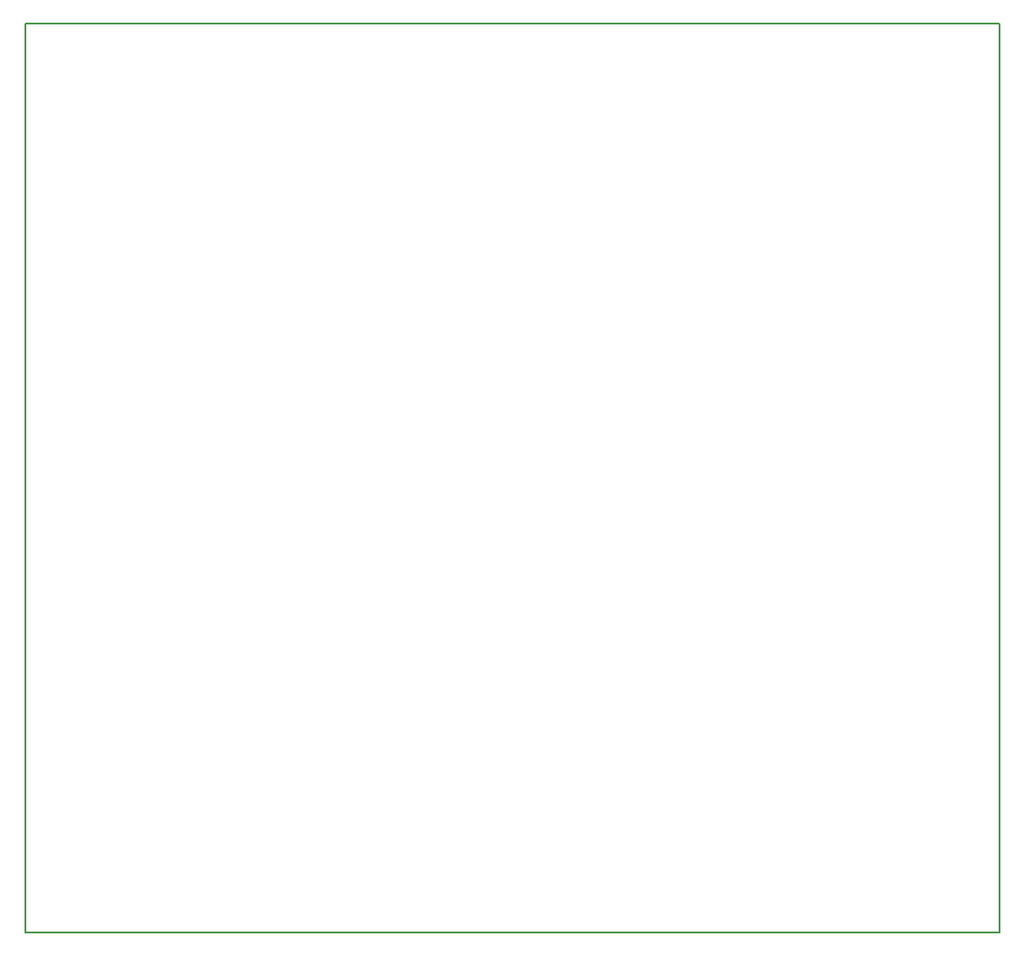
<source format=gm1>
G04 #@! TF.GenerationSoftware,KiCad,Pcbnew,5.0.2-bee76a0~70~ubuntu18.10.1*
G04 #@! TF.CreationDate,2019-05-13T16:40:49+01:00*
G04 #@! TF.ProjectId,alarm-monitor,616c6172-6d2d-46d6-9f6e-69746f722e6b,rev?*
G04 #@! TF.SameCoordinates,Original*
G04 #@! TF.FileFunction,Profile,NP*
%FSLAX46Y46*%
G04 Gerber Fmt 4.6, Leading zero omitted, Abs format (unit mm)*
G04 Created by KiCad (PCBNEW 5.0.2-bee76a0~70~ubuntu18.10.1) date Mon 13 May 2019 16:40:49 BST*
%MOMM*%
%LPD*%
G01*
G04 APERTURE LIST*
%ADD10C,0.150000*%
G04 APERTURE END LIST*
D10*
X134000000Y-63000000D02*
X43000000Y-63000000D01*
X134000000Y-148000000D02*
X134000000Y-63000000D01*
X43000000Y-148000000D02*
X134000000Y-148000000D01*
X43000000Y-63000000D02*
X43000000Y-148000000D01*
M02*

</source>
